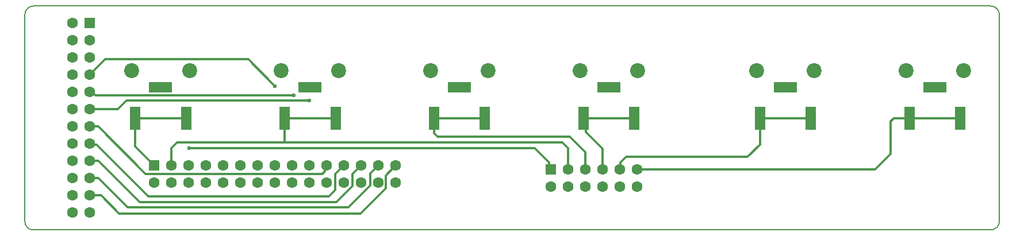
<source format=gtl>
G04*
G04 #@! TF.GenerationSoftware,Altium Limited,Altium Designer,21.9.2 (33)*
G04*
G04 Layer_Physical_Order=1*
G04 Layer_Color=255*
%FSLAX44Y44*%
%MOMM*%
G71*
G04*
G04 #@! TF.SameCoordinates,4695D964-35F2-4C51-99C7-18BE39D4F279*
G04*
G04*
G04 #@! TF.FilePolarity,Positive*
G04*
G01*
G75*
%ADD10C,0.1270*%
%ADD17C,0.3048*%
%ADD18C,1.6000*%
%ADD19R,1.6000X1.6000*%
%ADD20C,2.2000*%
%ADD21R,1.6000X3.5000*%
%ADD22R,3.5000X1.6000*%
%ADD23R,1.6000X1.6000*%
%ADD24C,0.6000*%
D10*
X-0Y12700D02*
G03*
X12700Y0I12700J0D01*
G01*
Y330200D02*
G03*
X0Y317500I0J-12700D01*
G01*
X1422400Y-0D02*
G03*
X1435100Y12700I0J12700D01*
G01*
X1435100Y317500D02*
G03*
X1422400Y330200I-12700J0D01*
G01*
X0Y12700D02*
Y317500D01*
X12700Y330200D02*
X1422400D01*
X12700Y0D02*
X1422400D01*
X1435100Y12700D02*
Y317500D01*
D17*
X162500Y165000D02*
X237500D01*
X1302500D02*
X1377500D01*
X1082500D02*
X1157500D01*
X822500D02*
X897500D01*
X602500D02*
X677500D01*
X382500D02*
X457500D01*
X118110Y251460D02*
X328930D01*
X95250Y228600D02*
X118110Y251460D01*
X328930D02*
X364942Y215448D01*
Y215448D02*
Y215448D01*
Y215448D02*
X368300Y212090D01*
X103835Y198120D02*
X396240D01*
X98755Y203200D02*
X103835Y198120D01*
X149860Y190500D02*
X419100D01*
X137160Y177800D02*
X149860Y190500D01*
X95250Y203200D02*
X98755D01*
X112268Y50800D02*
X138938Y24130D01*
X494030D02*
X531240Y61340D01*
X138938Y24130D02*
X494030D01*
X151130Y33020D02*
X476504D01*
X509016Y65532D01*
X107950Y76200D02*
X151130Y33020D01*
X105537Y125603D02*
X181610Y49530D01*
X447802D02*
X457454Y59182D01*
X181610Y49530D02*
X447802D01*
X169418Y40640D02*
X458978D01*
X482854Y64516D01*
X108458Y101600D02*
X169418Y40640D01*
X107950Y152400D02*
X177800Y82550D01*
X791464Y129286D02*
X800100Y120650D01*
X772041Y91559D02*
Y99686D01*
Y91559D02*
X774700Y88900D01*
X381000Y129286D02*
X791464D01*
X177800Y82550D02*
X438150D01*
X242062Y120904D02*
X750824D01*
X772041Y99686D01*
X800100Y88900D02*
Y120650D01*
X438150Y82550D02*
X442022Y86422D01*
Y92772D02*
X444500Y95250D01*
X442022Y86422D02*
Y92772D01*
X95250Y152400D02*
X107950D01*
X95250Y127000D02*
X96647Y125603D01*
X105537D01*
X95250Y101600D02*
X108458D01*
X215900Y95250D02*
Y120650D01*
X224536Y129286D01*
X95250Y177800D02*
X137160D01*
X826075Y144713D02*
Y161425D01*
X822500Y165000D02*
X826075Y161425D01*
Y144713D02*
X850900Y119888D01*
X602500Y142990D02*
X607568Y137922D01*
X602500Y142990D02*
Y165000D01*
X224536Y129286D02*
X381000D01*
X382500Y130786D01*
Y165000D01*
X1275000Y160072D02*
X1279928Y165000D01*
X1302500D01*
X1275000Y111934D02*
Y160072D01*
X1251966Y88900D02*
X1275000Y111934D01*
X901700Y88900D02*
X1251966D01*
X1082350Y164851D02*
X1082500Y165000D01*
X1082350Y126040D02*
Y164851D01*
X1064260Y107950D02*
X1082350Y126040D01*
X885698Y107950D02*
X1064260D01*
X877316Y99568D02*
X885698Y107950D01*
X877316Y89916D02*
Y99568D01*
X876300Y88900D02*
X877316Y89916D01*
X850900Y88900D02*
Y119888D01*
X825500Y88900D02*
Y114808D01*
X802386Y137922D02*
X825500Y114808D01*
X607568Y137922D02*
X802386D01*
X162500Y123250D02*
Y165000D01*
Y123250D02*
X190500Y95250D01*
X457454Y59182D02*
Y82804D01*
X469900Y95250D01*
X531240Y61340D02*
Y80390D01*
X509016Y83566D02*
X520700Y95250D01*
X509016Y65532D02*
Y83566D01*
X482854Y64516D02*
Y82804D01*
X495300Y95250D01*
X95250Y76200D02*
X107950D01*
X95250Y50800D02*
X112268D01*
X531240Y80390D02*
X546100Y95250D01*
D18*
X901700Y63500D02*
D03*
X876300D02*
D03*
X850900D02*
D03*
X825500D02*
D03*
X800100D02*
D03*
X774700D02*
D03*
X901700Y88900D02*
D03*
X876300D02*
D03*
X850900D02*
D03*
X825500D02*
D03*
X800100D02*
D03*
X215900Y95250D02*
D03*
X241300D02*
D03*
X266700D02*
D03*
X292100D02*
D03*
X317500D02*
D03*
X342900D02*
D03*
X368300D02*
D03*
X393700D02*
D03*
X419100D02*
D03*
X444500D02*
D03*
X469900D02*
D03*
X495300D02*
D03*
X520700D02*
D03*
X546100D02*
D03*
X190500Y69850D02*
D03*
X368300D02*
D03*
X393700D02*
D03*
X444500D02*
D03*
X469900D02*
D03*
X495300D02*
D03*
X520700D02*
D03*
X546100D02*
D03*
X215900D02*
D03*
X241300D02*
D03*
X266700D02*
D03*
X292100D02*
D03*
X317500D02*
D03*
X342900D02*
D03*
X419100D02*
D03*
X95250Y279400D02*
D03*
Y254000D02*
D03*
Y228600D02*
D03*
Y203200D02*
D03*
Y177800D02*
D03*
Y152400D02*
D03*
Y127000D02*
D03*
Y101600D02*
D03*
Y76200D02*
D03*
Y50800D02*
D03*
Y25400D02*
D03*
X69850Y304800D02*
D03*
Y127000D02*
D03*
Y101600D02*
D03*
Y50800D02*
D03*
Y25400D02*
D03*
Y279400D02*
D03*
Y254000D02*
D03*
Y228600D02*
D03*
Y203200D02*
D03*
Y177800D02*
D03*
Y152400D02*
D03*
Y76200D02*
D03*
D19*
X774700Y88900D02*
D03*
X190500Y95250D02*
D03*
D20*
X242500Y235000D02*
D03*
X157500D02*
D03*
X377500D02*
D03*
X462500D02*
D03*
X682500D02*
D03*
X597500D02*
D03*
X817500D02*
D03*
X902500D02*
D03*
X1162500D02*
D03*
X1077500D02*
D03*
X1297500D02*
D03*
X1382500D02*
D03*
D21*
X162500Y165000D02*
D03*
X237500D02*
D03*
X457500D02*
D03*
X382500D02*
D03*
X602500D02*
D03*
X677500D02*
D03*
X897500D02*
D03*
X822500D02*
D03*
X1082500D02*
D03*
X1157500D02*
D03*
X1377500D02*
D03*
X1302500D02*
D03*
D22*
X200000Y210000D02*
D03*
X420000D02*
D03*
X640000D02*
D03*
X860000D02*
D03*
X1120000D02*
D03*
X1340000D02*
D03*
D23*
X95250Y304800D02*
D03*
D24*
X368300Y212090D02*
D03*
X396240Y198120D02*
D03*
X419100Y190500D02*
D03*
X242062Y120904D02*
D03*
M02*

</source>
